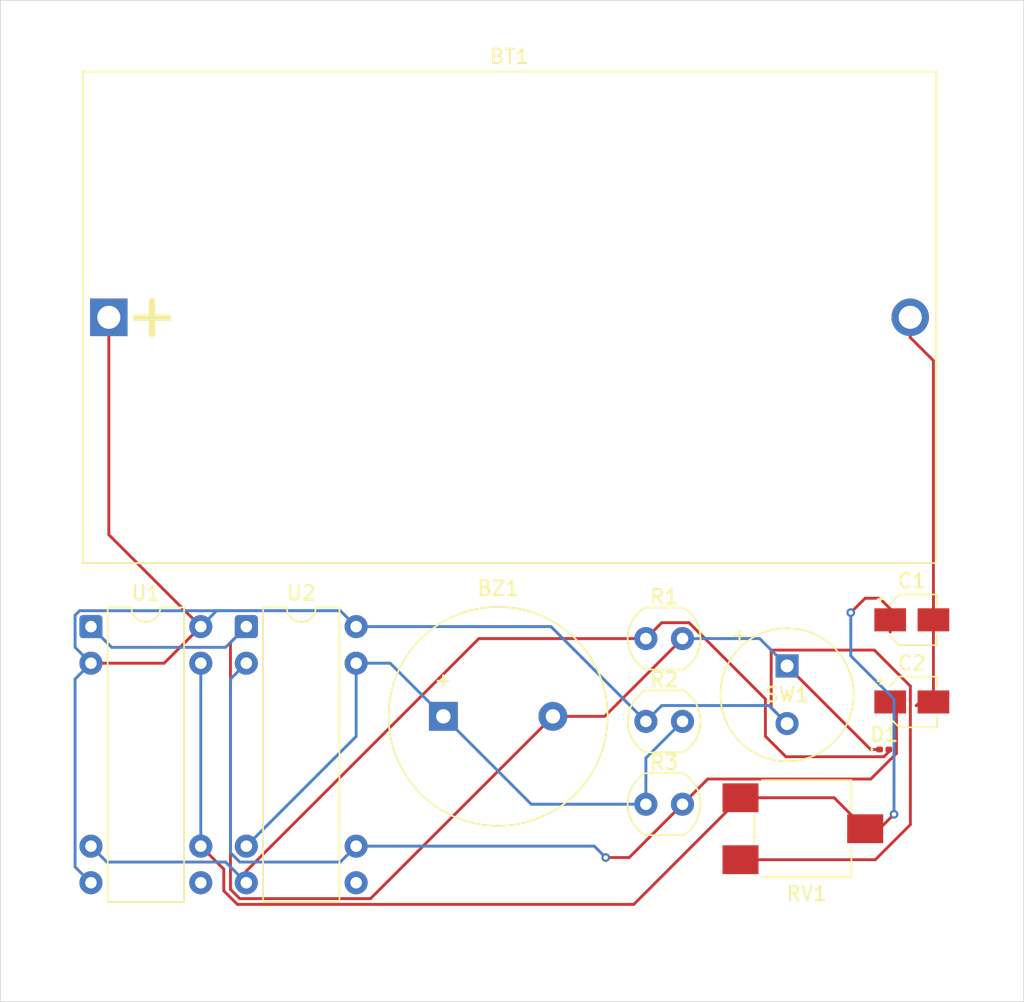
<source format=kicad_pcb>
(kicad_pcb (version 20241229) (generator "pcbnew") (generator_version "9.0")
  (layers (0 "F.Cu" signal) (2 "B.Cu" signal) (13 "F.Paste" user) (15 "B.Paste" user) (5 "F.SilkS" user "F.Silkscreen") (7 "B.SilkS" user "B.Silkscreen") (1 "F.Mask" user) (3 "B.Mask" user) (25 "Edge.Cuts" user))
  (net 0 "")
  (net 1 "GND")
  (net 2 "Net-(BT1-+)")
  (net 3 "Net-(BZ1-+)")
  (net 4 "Net-(U1-DIS)")
  (net 5 "Net-(U2-THR)")
  (net 6 "Net-(D1-A)")
  (footprint "Package_DIP:DIP-8-16_W7.62mm" (layer "F.Cu") (at 132.065 107.97)
    (property "Reference" "U2" (at 3.81 -2.33 0) (layer "F.SilkS"))
    (property "Value" "NE555P")
    (fp_line (start 1.16 -1.33) (end 1.16 19.11) (stroke (width 0.12)) (layer "F.SilkS"))
    (fp_line (start 1.16 19.11) (end 6.46 19.11) (stroke (width 0.12)) (layer "F.SilkS"))
    (fp_line (start 2.81 -1.33) (end 1.16 -1.33) (stroke (width 0.12)) (layer "F.SilkS"))
    (fp_line (start 6.46 -1.33) (end 4.81 -1.33) (stroke (width 0.12)) (layer "F.SilkS"))
    (fp_line (start 6.46 19.11) (end 6.46 -1.33) (stroke (width 0.12)) (layer "F.SilkS"))
    (fp_arc (start 4.81 -1.33) (mid 3.81 -0.33) (end 2.81 -1.33) (stroke (width 0.12)) (layer "F.SilkS"))
    (pad "1" thru_hole roundrect (at 0 0) (size 1.6 1.6) (drill 0.8) (layers "*.Cu" "*.Mask") (roundrect_rratio 0.15625) (net 1 "GND"))
    (pad "2" thru_hole circle (at 0 2.54) (size 1.6 1.6) (drill 0.8) (layers "*.Cu" "*.Mask") (net 5 "Net-(U2-THR)"))
    (pad "3" thru_hole circle (at 0 15.24) (size 1.6 1.6) (drill 0.8) (layers "*.Cu" "*.Mask") (net 3 "Net-(BZ1-+)"))
    (pad "4" thru_hole circle (at 0 17.78) (size 1.6 1.6) (drill 0.8) (layers "*.Cu" "*.Mask") (net 6 "Net-(D1-A)"))
    (pad "5" thru_hole circle (at 7.62 17.78) (size 1.6 1.6) (drill 0.8) (layers "*.Cu" "*.Mask"))
    (pad "6" thru_hole circle (at 7.62 15.24) (size 1.6 1.6) (drill 0.8) (layers "*.Cu" "*.Mask") (net 5 "Net-(U2-THR)"))
    (pad "7" thru_hole circle (at 7.62 2.54) (size 1.6 1.6) (drill 0.8) (layers "*.Cu" "*.Mask") (net 3 "Net-(BZ1-+)"))
    (pad "8" thru_hole circle (at 7.62 0) (size 1.6 1.6) (drill 0.8) (layers "*.Cu" "*.Mask") (net 2 "Net-(BT1-+)"))
  )
  (footprint "OptoDevice:R_LDR_4.9x4.2mm_P2.54mm_Vertical" (layer "F.Cu") (at 159.785 108.8)
    (property "Reference" "R1" (at 1.27 -2.9 0) (layer "F.SilkS"))
    (property "Value" "R_Small")
    (fp_line (start -0.05 -2.15) (end 2.6 -2.15) (stroke (width 0.12)) (layer "F.SilkS"))
    (fp_line (start -0.05 2.15) (end 2.6 2.15) (stroke (width 0.12)) (layer "F.SilkS"))
    (fp_arc (start -0.05 2.15) (mid -1.262424 0.01494) (end -0.075476 -2.134388) (stroke (width 0.12)) (layer "F.SilkS"))
    (fp_arc (start 2.6 -2.15) (mid 3.788646 -0.016616) (end 2.628027 2.132145) (stroke (width 0.12)) (layer "F.SilkS"))
    (pad "1" thru_hole circle (at 0 0) (size 1.6 1.6) (drill 0.8) (layers "*.Cu" "*.Mask") (net 6 "Net-(D1-A)"))
    (pad "2" thru_hole circle (at 2.54 0) (size 1.6 1.6) (drill 0.8) (layers "*.Cu" "*.Mask") (net 1 "GND"))
  )
  (footprint "Battery:BatteryHolder_Bulgin_BX0036_1xC" (layer "F.Cu") (at 122.525 86.5)
    (property "Reference" "BT1" (at 27.8 -18.1 0) (layer "F.SilkS"))
    (property "Value" "Battery")
    (fp_line (start -1.81 -17.06) (end -1.81 17.06) (stroke (width 0.12)) (layer "F.SilkS"))
    (fp_line (start -1.81 -17.06) (end 57.41 -17.06) (stroke (width 0.12)) (layer "F.SilkS"))
    (fp_line (start -1.81 17.06) (end 57.41 17.06) (stroke (width 0.12)) (layer "F.SilkS"))
    (fp_line (start 57.41 -17.06) (end 57.41 17.06) (stroke (width 0.12)) (layer "F.SilkS"))
    (fp_text user "+" (at 3 -0.2 0) (layer "F.SilkS") (effects (font (size 3 3) (thickness 0.45))))
    (pad "" np_thru_hole circle (at 11.9 0) (size 3.8 3.8) (drill 3.8) (layers "*.Cu" "*.Mask"))
    (pad "" np_thru_hole circle (at 43.7 0) (size 3.8 3.8) (drill 3.8) (layers "*.Cu" "*.Mask"))
    (pad "1" thru_hole rect (at 0 0) (size 2.6 2.6) (drill 1.6) (layers "*.Cu" "*.Mask") (net 2 "Net-(BT1-+)"))
    (pad "2" thru_hole circle (at 55.6 0) (size 2.6 2.6) (drill 1.6) (layers "*.Cu" "*.Mask") (net 1 "GND"))
  )
  (footprint "OptoDevice:R_LDR_4.9x4.2mm_P2.54mm_Vertical" (layer "F.Cu") (at 159.785 114.55)
    (property "Reference" "R2" (at 1.27 -2.9 0) (layer "F.SilkS"))
    (property "Value" "R_Small")
    (fp_line (start -0.05 -2.15) (end 2.6 -2.15) (stroke (width 0.12)) (layer "F.SilkS"))
    (fp_line (start -0.05 2.15) (end 2.6 2.15) (stroke (width 0.12)) (layer "F.SilkS"))
    (fp_arc (start -0.05 2.15) (mid -1.262424 0.01494) (end -0.075476 -2.134388) (stroke (width 0.12)) (layer "F.SilkS"))
    (fp_arc (start 2.6 -2.15) (mid 3.788646 -0.016616) (end 2.628027 2.132145) (stroke (width 0.12)) (layer "F.SilkS"))
    (pad "1" thru_hole circle (at 0 0) (size 1.6 1.6) (drill 0.8) (layers "*.Cu" "*.Mask") (net 2 "Net-(BT1-+)"))
    (pad "2" thru_hole circle (at 2.54 0) (size 1.6 1.6) (drill 0.8) (layers "*.Cu" "*.Mask") (net 3 "Net-(BZ1-+)"))
  )
  (footprint "LED_SMD:LED_0201_0603Metric" (layer "F.Cu") (at 176.32 116.5)
    (property "Reference" "D1" (at 0 -1.05 0) (layer "F.SilkS"))
    (property "Value" "LED")
    (fp_circle (center -0.86 0) (end -0.81 0) (stroke (width 0.1)) (fill no) (layer "F.SilkS"))
    (pad "1" smd roundrect (at -0.32 0) (size 0.46 0.4) (layers "F.Cu" "F.Mask") (net 1 "GND"))
    (pad "2" smd roundrect (at 0.32 0) (size 0.46 0.4) (layers "F.Cu" "F.Mask") (net 6 "Net-(D1-A)"))
  )
  (footprint "Buzzer_Beeper:Buzzer_15x7.5RM7.6" (layer "F.Cu") (at 145.735 114.2)
    (property "Reference" "BZ1" (at 3.81 -8.89 0) (layer "F.SilkS"))
    (property "Value" "Buzzer")
    (fp_circle (center 3.8 0) (end 11.4 0) (stroke (width 0.12)) (fill no) (layer "F.SilkS"))
    (fp_text user "+" (at -0.01 -2.54 0) (layer "F.SilkS"))
    (pad "1" thru_hole rect (at 0 0) (size 2 2) (drill 1) (layers "*.Cu" "*.Mask") (net 3 "Net-(BZ1-+)"))
    (pad "2" thru_hole circle (at 7.6 0) (size 2 2) (drill 1) (layers "*.Cu" "*.Mask") (net 1 "GND"))
  )
  (footprint "Potentiometer_SMD:Potentiometer_ACP_CA6-VSMD_Vertical" (layer "F.Cu") (at 170.675 122)
    (property "Reference" "RV1" (at 0.268 4.5 0) (layer "F.SilkS"))
    (property "Value" "R_Potentiometer")
    (fp_line (start -3.37 -0.909) (end -3.37 0.91) (stroke (width 0.12)) (layer "F.SilkS"))
    (fp_line (start -2.834 -3.371) (end 3.37 -3.371) (stroke (width 0.12)) (layer "F.SilkS"))
    (fp_line (start -2.834 3.37) (end 3.37 3.37) (stroke (width 0.12)) (layer "F.SilkS"))
    (fp_line (start 3.37 -3.371) (end 3.37 -1.24) (stroke (width 0.12)) (layer "F.SilkS"))
    (fp_line (start 3.37 1.24) (end 3.37 3.37) (stroke (width 0.12)) (layer "F.SilkS"))
    (pad "1" smd rect (at -4.325 2.15) (size 2.5 2) (layers "F.Cu" "F.Mask" "F.Paste") (net 2 "Net-(BT1-+)"))
    (pad "2" smd rect (at 4.325 0) (size 2.5 2) (layers "F.Cu" "F.Mask" "F.Paste") (net 4 "Net-(U1-DIS)"))
    (pad "3" smd rect (at -4.325 -2.15) (size 2.5 2) (layers "F.Cu" "F.Mask" "F.Paste") (net 4 "Net-(U1-DIS)"))
  )
  (footprint "Capacitor_SMD:CP_Elec_3x5.3" (layer "F.Cu") (at 178.235 107.5)
    (property "Reference" "C1" (at 0 -2.7 0) (layer "F.SilkS"))
    (property "Value" "C_Polarized_US")
    (fp_line (start -2.375 -1.435) (end -2 -1.435) (stroke (width 0.12)) (layer "F.SilkS"))
    (fp_line (start -2.1875 -1.6225) (end -2.1875 -1.2475) (stroke (width 0.12)) (layer "F.SilkS"))
    (fp_line (start -1.570563 -1.06) (end -0.870563 -1.76) (stroke (width 0.12)) (layer "F.SilkS"))
    (fp_line (start -1.570563 1.06) (end -0.870563 1.76) (stroke (width 0.12)) (layer "F.SilkS"))
    (fp_line (start -0.870563 -1.76) (end 1.76 -1.76) (stroke (width 0.12)) (layer "F.SilkS"))
    (fp_line (start -0.870563 1.76) (end 1.76 1.76) (stroke (width 0.12)) (layer "F.SilkS"))
    (fp_line (start 1.76 -1.76) (end 1.76 -1.06) (stroke (width 0.12)) (layer "F.SilkS"))
    (fp_line (start 1.76 1.76) (end 1.76 1.06) (stroke (width 0.12)) (layer "F.SilkS"))
    (pad "1" smd rect (at -1.5 0) (size 2.2 1.6) (layers "F.Cu" "F.Mask" "F.Paste") (net 4 "Net-(U1-DIS)"))
    (pad "2" smd rect (at 1.5 0) (size 2.2 1.6) (layers "F.Cu" "F.Mask" "F.Paste") (net 1 "GND"))
  )
  (footprint "Buzzer_Beeper:MagneticBuzzer_CUI_CST-931RP-A" (layer "F.Cu") (at 169.580723 110.7)
    (property "Reference" "SW1" (at 0 2 0) (layer "F.SilkS"))
    (property "Value" "SW_Push")
    (fp_circle (center 0 2) (end 4.62 2) (stroke (width 0.12)) (fill no) (layer "F.SilkS"))
    (fp_text user "+" (at -3.3 -2.18 0) (layer "F.SilkS"))
    (pad "1" thru_hole rect (at 0 0) (size 1.6 1.6) (drill 0.9) (layers "*.Cu" "*.Mask") (net 1 "GND"))
    (pad "2" thru_hole circle (at 0 4) (size 1.6 1.6) (drill 0.9) (layers "*.Cu" "*.Mask") (net 2 "Net-(BT1-+)"))
  )
  (footprint "Capacitor_SMD:CP_Elec_3x5.3" (layer "F.Cu") (at 178.235 113.2)
    (property "Reference" "C2" (at 0 -2.7 0) (layer "F.SilkS"))
    (property "Value" "C_Polarized_US")
    (fp_line (start -2.375 -1.435) (end -2 -1.435) (stroke (width 0.12)) (layer "F.SilkS"))
    (fp_line (start -2.1875 -1.6225) (end -2.1875 -1.2475) (stroke (width 0.12)) (layer "F.SilkS"))
    (fp_line (start -1.570563 -1.06) (end -0.870563 -1.76) (stroke (width 0.12)) (layer "F.SilkS"))
    (fp_line (start -1.570563 1.06) (end -0.870563 1.76) (stroke (width 0.12)) (layer "F.SilkS"))
    (fp_line (start -0.870563 -1.76) (end 1.76 -1.76) (stroke (width 0.12)) (layer "F.SilkS"))
    (fp_line (start -0.870563 1.76) (end 1.76 1.76) (stroke (width 0.12)) (layer "F.SilkS"))
    (fp_line (start 1.76 -1.76) (end 1.76 -1.06) (stroke (width 0.12)) (layer "F.SilkS"))
    (fp_line (start 1.76 1.76) (end 1.76 1.06) (stroke (width 0.12)) (layer "F.SilkS"))
    (pad "1" smd rect (at -1.5 0) (size 2.2 1.6) (layers "F.Cu" "F.Mask" "F.Paste") (net 5 "Net-(U2-THR)"))
    (pad "2" smd rect (at 1.5 0) (size 2.2 1.6) (layers "F.Cu" "F.Mask" "F.Paste") (net 1 "GND"))
  )
  (footprint "OptoDevice:R_LDR_4.9x4.2mm_P2.54mm_Vertical" (layer "F.Cu") (at 159.785 120.3)
    (property "Reference" "R3" (at 1.27 -2.9 0) (layer "F.SilkS"))
    (property "Value" "R_Small")
    (fp_line (start -0.05 -2.15) (end 2.6 -2.15) (stroke (width 0.12)) (layer "F.SilkS"))
    (fp_line (start -0.05 2.15) (end 2.6 2.15) (stroke (width 0.12)) (layer "F.SilkS"))
    (fp_arc (start -0.05 2.15) (mid -1.262424 0.01494) (end -0.075476 -2.134388) (stroke (width 0.12)) (layer "F.SilkS"))
    (fp_arc (start 2.6 -2.15) (mid 3.788646 -0.016616) (end 2.628027 2.132145) (stroke (width 0.12)) (layer "F.SilkS"))
    (pad "1" thru_hole circle (at 0 0) (size 1.6 1.6) (drill 0.8) (layers "*.Cu" "*.Mask") (net 3 "Net-(BZ1-+)"))
    (pad "2" thru_hole circle (at 2.54 0) (size 1.6 1.6) (drill 0.8) (layers "*.Cu" "*.Mask") (net 5 "Net-(U2-THR)"))
  )
  (footprint "Package_DIP:DIP-8-16_W7.62mm" (layer "F.Cu") (at 121.285 107.97)
    (property "Reference" "U1" (at 3.81 -2.33 0) (layer "F.SilkS"))
    (property "Value" "NE555P")
    (fp_line (start 1.16 -1.33) (end 1.16 19.11) (stroke (width 0.12)) (layer "F.SilkS"))
    (fp_line (start 1.16 19.11) (end 6.46 19.11) (stroke (width 0.12)) (layer "F.SilkS"))
    (fp_line (start 2.81 -1.33) (end 1.16 -1.33) (stroke (width 0.12)) (layer "F.SilkS"))
    (fp_line (start 6.46 -1.33) (end 4.81 -1.33) (stroke (width 0.12)) (layer "F.SilkS"))
    (fp_line (start 6.46 19.11) (end 6.46 -1.33) (stroke (width 0.12)) (layer "F.SilkS"))
    (fp_arc (start 4.81 -1.33) (mid 3.81 -0.33) (end 2.81 -1.33) (stroke (width 0.12)) (layer "F.SilkS"))
    (pad "1" thru_hole roundrect (at 0 0) (size 1.6 1.6) (drill 0.8) (layers "*.Cu" "*.Mask") (roundrect_rratio 0.15625) (net 1 "GND"))
    (pad "2" thru_hole circle (at 0 2.54) (size 1.6 1.6) (drill 0.8) (layers "*.Cu" "*.Mask") (net 2 "Net-(BT1-+)"))
    (pad "3" thru_hole circle (at 0 15.24) (size 1.6 1.6) (drill 0.8) (layers "*.Cu" "*.Mask") (net 6 "Net-(D1-A)"))
    (pad "4" thru_hole circle (at 0 17.78) (size 1.6 1.6) (drill 0.8) (layers "*.Cu" "*.Mask") (net 2 "Net-(BT1-+)"))
    (pad "5" thru_hole circle (at 7.62 17.78) (size 1.6 1.6) (drill 0.8) (layers "*.Cu" "*.Mask"))
    (pad "6" thru_hole circle (at 7.62 15.24) (size 1.6 1.6) (drill 0.8) (layers "*.Cu" "*.Mask") (net 4 "Net-(U1-DIS)"))
    (pad "7" thru_hole circle (at 7.62 2.54) (size 1.6 1.6) (drill 0.8) (layers "*.Cu" "*.Mask") (net 4 "Net-(U1-DIS)"))
    (pad "8" thru_hole circle (at 7.62 0) (size 1.6 1.6) (drill 0.8) (layers "*.Cu" "*.Mask") (net 2 "Net-(BT1-+)"))
  )
  (gr_rect (start 115 64.5) (end 186 134) (stroke (width 0.05)) (fill no) (layer "Edge.Cuts"))
  (segment (start 130.964 109.071) (end 132.065 107.97) (width 0.2) (layer "F.Cu") (net 1))
  (segment (start 175.380723 116.5) (end 169.580723 110.7) (width 0.2) (layer "F.Cu") (net 1))
  (segment (start 130.964 126.20605) (end 130.964 109.071) (width 0.2) (layer "F.Cu") (net 1))
  (segment (start 178.125 86.5) (end 178.125 87.9) (width 0.2) (layer "F.Cu") (net 1))
  (segment (start 131.60895 126.851) (end 130.964 126.20605) (width 0.2) (layer "F.Cu") (net 1))
  (segment (start 179.735 107.5) (end 179.735 105.5) (width 0.2) (layer "F.Cu") (net 1))
  (segment (start 179.735 89.51) (end 179.735 105.5) (width 0.2) (layer "F.Cu") (net 1))
  (segment (start 179.735 113.2) (end 179.535 113) (width 0.2) (layer "F.Cu") (net 1))
  (segment (start 156.925 114.2) (end 153.335 114.2) (width 0.2) (layer "F.Cu") (net 1))
  (segment (start 178.125 87.9) (end 179.735 89.51) (width 0.2) (layer "F.Cu") (net 1))
  (segment (start 179.735 105.5) (end 179.735 108.35) (width 0.2) (layer "F.Cu") (net 1))
  (segment (start 179.735 108.35) (end 179.735 113.2) (width 0.2) (layer "F.Cu") (net 1))
  (segment (start 162.325 108.8) (end 156.925 114.2) (width 0.2) (layer "F.Cu") (net 1))
  (segment (start 178.8 113.2) (end 178.537 113.463) (width 0.2) (layer "F.Cu") (net 1))
  (segment (start 140.684 126.851) (end 131.60895 126.851) (width 0.2) (layer "F.Cu") (net 1))
  (segment (start 176 116.5) (end 175.380723 116.5) (width 0.2) (layer "F.Cu") (net 1))
  (segment (start 153.335 114.2) (end 140.684 126.851) (width 0.2) (layer "F.Cu") (net 1))
  (segment (start 179.735 113.2) (end 178.8 113.2) (width 0.2) (layer "F.Cu") (net 1))
  (segment (start 162.325 108.8) (end 167.680723 108.8) (width 0.2) (layer "B.Cu") (net 1))
  (segment (start 122.724 109.409) (end 130.626 109.409) (width 0.2) (layer "B.Cu") (net 1))
  (segment (start 121.285 107.97) (end 122.724 109.409) (width 0.2) (layer "B.Cu") (net 1))
  (segment (start 167.680723 108.8) (end 169.580723 110.7) (width 0.2) (layer "B.Cu") (net 1))
  (segment (start 130.626 109.409) (end 132.065 107.97) (width 0.2) (layer "B.Cu") (net 1))
  (segment (start 178.136 112.099) (end 175.636 109.599) (width 0.2) (layer "F.Cu") (net 2))
  (segment (start 178.136 121.716) (end 178.136 112.099) (width 0.2) (layer "F.Cu") (net 2))
  (segment (start 168.479723 109.599) (end 168.479723 113.599) (width 0.2) (layer "F.Cu") (net 2))
  (segment (start 168.479723 113.599) (end 169.580723 114.7) (width 0.2) (layer "F.Cu") (net 2))
  (segment (start 175.636 109.599) (end 168.479723 109.599) (width 0.2) (layer "F.Cu") (net 2))
  (segment (start 126.365 110.51) (end 128.905 107.97) (width 0.2) (layer "F.Cu") (net 2))
  (segment (start 166.35 124.15) (end 175.702 124.15) (width 0.2) (layer "F.Cu") (net 2))
  (segment (start 122.525 101.59) (end 128.905 107.97) (width 0.2) (layer "F.Cu") (net 2))
  (segment (start 122.525 86.5) (end 122.525 101.59) (width 0.2) (layer "F.Cu") (net 2))
  (segment (start 175.702 124.15) (end 178.136 121.716) (width 0.2) (layer "F.Cu") (net 2))
  (segment (start 121.285 110.51) (end 126.365 110.51) (width 0.2) (layer "F.Cu") (net 2))
  (segment (start 120.184 109.409) (end 120.184 107.18484) (width 0.2) (layer "B.Cu") (net 2))
  (segment (start 121.285 110.51) (end 120.184 109.409) (width 0.2) (layer "B.Cu") (net 2))
  (segment (start 159.785 114.55) (end 160.886 113.449) (width 0.2) (layer "B.Cu") (net 2))
  (segment (start 153.205 107.97) (end 159.785 114.55) (width 0.2) (layer "B.Cu") (net 2))
  (segment (start 120.184 111.611) (end 120.184 124.649) (width 0.2) (layer "B.Cu") (net 2))
  (segment (start 121.285 110.51) (end 120.184 111.611) (width 0.2) (layer "B.Cu") (net 2))
  (segment (start 120.184 107.18484) (end 120.49984 106.869) (width 0.2) (layer "B.Cu") (net 2))
  (segment (start 120.49984 106.869) (end 138.584 106.869) (width 0.2) (layer "B.Cu") (net 2))
  (segment (start 130.006 106.869) (end 138.584 106.869) (width 0.2) (layer "B.Cu") (net 2))
  (segment (start 160.886 113.449) (end 168.329723 113.449) (width 0.2) (layer "B.Cu") (net 2))
  (segment (start 128.935 108) (end 129 108) (width 0.2) (layer "B.Cu") (net 2))
  (segment (start 128.905 107.97) (end 128.935 108) (width 0.2) (layer "B.Cu") (net 2))
  (segment (start 120.184 124.649) (end 121.285 125.75) (width 0.2) (layer "B.Cu") (net 2))
  (segment (start 168.329723 113.449) (end 169.580723 114.7) (width 0.2) (layer "B.Cu") (net 2))
  (segment (start 139.685 107.97) (end 153.205 107.97) (width 0.2) (layer "B.Cu") (net 2))
  (segment (start 128.905 107.97) (end 130.006 106.869) (width 0.2) (layer "B.Cu") (net 2))
  (segment (start 138.584 106.869) (end 139.685 107.97) (width 0.2) (layer "B.Cu") (net 2))
  (segment (start 145.735 114.2) (end 151.835 120.3) (width 0.2) (layer "B.Cu") (net 3))
  (segment (start 139.685 115.59) (end 132.065 123.21) (width 0.2) (layer "B.Cu") (net 3))
  (segment (start 151.835 120.3) (end 159.785 120.3) (width 0.2) (layer "B.Cu") (net 3))
  (segment (start 145.735 114.2) (end 142.045 110.51) (width 0.2) (layer "B.Cu") (net 3))
  (segment (start 159.785 120.3) (end 159.785 117.09) (width 0.2) (layer "B.Cu") (net 3))
  (segment (start 139.685 110.51) (end 142.045 110.51) (width 0.2) (layer "B.Cu") (net 3))
  (segment (start 139.685 110.51) (end 139.685 115.59) (width 0.2) (layer "B.Cu") (net 3))
  (segment (start 159.785 117.09) (end 162.325 114.55) (width 0.2) (layer "B.Cu") (net 3))
  (segment (start 175 106) (end 176 106) (width 0.2) (layer "F.Cu") (net 4))
  (segment (start 131.44285 127.252) (end 130.5 126.30915) (width 0.2) (layer "F.Cu") (net 4))
  (segment (start 176 106) (end 176.25 106.25) (width 0.2) (layer "F.Cu") (net 4))
  (segment (start 130.5 126.30915) (end 130.5 124.805) (width 0.2) (layer "F.Cu") (net 4))
  (segment (start 172.85 119.85) (end 175 122) (width 0.2) (layer "F.Cu") (net 4))
  (segment (start 174 107) (end 175 106) (width 0.2) (layer "F.Cu") (net 4))
  (segment (start 176.25 106.25) (end 176.735 106.735) (width 0.2) (layer "F.Cu") (net 4))
  (segment (start 176 122) (end 177 121) (width 0.2) (layer "F.Cu") (net 4))
  (segment (start 175 122) (end 176 122) (width 0.2) (layer "F.Cu") (net 4))
  (segment (start 166.35 119.85) (end 172.85 119.85) (width 0.2) (layer "F.Cu") (net 4))
  (segment (start 158.948 127.252) (end 131.44285 127.252) (width 0.2) (layer "F.Cu") (net 4))
  (segment (start 130.5 124.805) (end 128.905 123.21) (width 0.2) (layer "F.Cu") (net 4))
  (segment (start 176.735 106.735) (end 176.735 107.5) (width 0.2) (layer "F.Cu") (net 4))
  (segment (start 166.35 119.85) (end 158.948 127.252) (width 0.2) (layer "F.Cu") (net 4))
  (segment (start 176.735 106.735) (end 176.735 108.35) (width 0.2) (layer "F.Cu") (net 4))
  (via (at 177 121) (size 0.6) (drill 0.3) (layers "F.Cu" "B.Cu") (net 4))
  (via (at 174 107) (size 0.6) (drill 0.3) (layers "F.Cu" "B.Cu") (net 4))
  (segment (start 174 108) (end 174 107) (width 0.2) (layer "B.Cu") (net 4))
  (segment (start 177 121) (end 177 113) (width 0.2) (layer "B.Cu") (net 4))
  (segment (start 177 113) (end 174 110) (width 0.2) (layer "B.Cu") (net 4))
  (segment (start 174 110) (end 174 108) (width 0.2) (layer "B.Cu") (net 4))
  (segment (start 128.905 123.21) (end 128.905 110.51) (width 0.2) (layer "B.Cu") (net 4))
  (segment (start 162.325 120.3) (end 158.625 124) (width 0.2) (layer "F.Cu") (net 5))
  (segment (start 175.39087 118.549) (end 164.076 118.549) (width 0.2) (layer "F.Cu") (net 5))
  (segment (start 164.076 118.549) (end 162.325 120.3) (width 0.2) (layer "F.Cu") (net 5))
  (segment (start 177.171 113.636) (end 177.171 116.76887) (width 0.2) (layer "F.Cu") (net 5))
  (segment (start 177.171 116.76887) (end 175.39087 118.549) (width 0.2) (layer "F.Cu") (net 5))
  (segment (start 158.625 124) (end 157 124) (width 0.2) (layer "F.Cu") (net 5))
  (segment (start 176.735 113.2) (end 177.171 113.636) (width 0.2) (layer "F.Cu") (net 5))
  (via (at 157 124) (size 0.6) (drill 0.3) (layers "F.Cu" "B.Cu") (net 5))
  (segment (start 130.964 111.611) (end 130.964 123.66605) (width 0.2) (layer "B.Cu") (net 5))
  (segment (start 132.065 110.51) (end 130.964 111.611) (width 0.2) (layer "B.Cu") (net 5))
  (segment (start 156.21 123.21) (end 139.685 123.21) (width 0.2) (layer "B.Cu") (net 5))
  (segment (start 138.584 124.311) (end 139.685 123.21) (width 0.2) (layer "B.Cu") (net 5))
  (segment (start 131.60895 124.311) (end 138.584 124.311) (width 0.2) (layer "B.Cu") (net 5))
  (segment (start 157 124) (end 156.21 123.21) (width 0.2) (layer "B.Cu") (net 5))
  (segment (start 130.964 123.66605) (end 131.60895 124.311) (width 0.2) (layer "B.Cu") (net 5))
  (segment (start 132.065 124.935) (end 132.065 125.75) (width 0.2) (layer "F.Cu") (net 6))
  (segment (start 162.78105 107.699) (end 168.078723 112.996673) (width 0.2) (layer "F.Cu") (net 6))
  (segment (start 160.886 107.699) (end 162.78105 107.699) (width 0.2) (layer "F.Cu") (net 6))
  (segment (start 168.078723 112.996673) (end 168.078723 115.580662) (width 0.2) (layer "F.Cu") (net 6))
  (segment (start 176.64 116.65987) (end 176.29887 117.001) (width 0.2) (layer "F.Cu") (net 6))
  (segment (start 148.2 108.8) (end 132.065 124.935) (width 0.2) (layer "F.Cu") (net 6))
  (segment (start 168.078723 115.580662) (end 169.499061 117.001) (width 0.2) (layer "F.Cu") (net 6))
  (segment (start 176.64 116.5) (end 176.64 116.65987) (width 0.2) (layer "F.Cu") (net 6))
  (segment (start 159.785 108.8) (end 160.886 107.699) (width 0.2) (layer "F.Cu") (net 6))
  (segment (start 159.785 108.8) (end 148.2 108.8) (width 0.2) (layer "F.Cu") (net 6))
  (segment (start 176.29887 117.001) (end 169.499061 117.001) (width 0.2) (layer "F.Cu") (net 6))
  (segment (start 122.386 124.311) (end 130.626 124.311) (width 0.2) (layer "B.Cu") (net 6))
  (segment (start 130.626 124.311) (end 132.065 125.75) (width 0.2) (layer "B.Cu") (net 6))
  (segment (start 121.285 123.21) (end 122.386 124.311) (width 0.2) (layer "B.Cu") (net 6))
)
</source>
